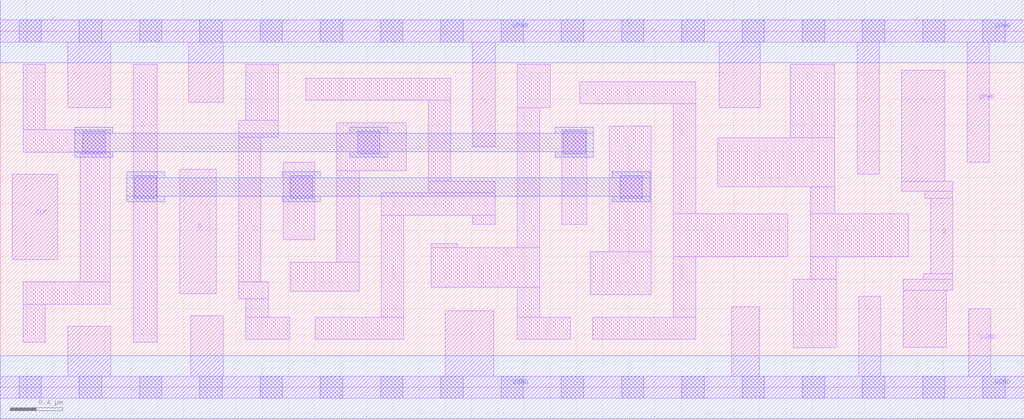
<source format=lef>
# Copyright 2020 The SkyWater PDK Authors
#
# Licensed under the Apache License, Version 2.0 (the "License");
# you may not use this file except in compliance with the License.
# You may obtain a copy of the License at
#
#     https://www.apache.org/licenses/LICENSE-2.0
#
# Unless required by applicable law or agreed to in writing, software
# distributed under the License is distributed on an "AS IS" BASIS,
# WITHOUT WARRANTIES OR CONDITIONS OF ANY KIND, either express or implied.
# See the License for the specific language governing permissions and
# limitations under the License.
#
# SPDX-License-Identifier: Apache-2.0

VERSION 5.7 ;
  NAMESCASESENSITIVE ON ;
  NOWIREEXTENSIONATPIN ON ;
  DIVIDERCHAR "/" ;
  BUSBITCHARS "[]" ;
UNITS
  DATABASE MICRONS 200 ;
END UNITS
MACRO sky130_fd_sc_hd__dfxtp_2
  CLASS CORE ;
  SOURCE USER ;
  FOREIGN sky130_fd_sc_hd__dfxtp_2 ;
  ORIGIN  0.000000  0.000000 ;
  SIZE  7.820000 BY  2.720000 ;
  SYMMETRY X Y R90 ;
  SITE unithd ;
  PIN D
    ANTENNAGATEAREA  0.126000 ;
    DIRECTION INPUT ;
    USE SIGNAL ;
    PORT
      LAYER li1 ;
        RECT 1.370000 0.715000 1.650000 1.665000 ;
    END
  END D
  PIN Q
    ANTENNADIFFAREA  0.445500 ;
    DIRECTION OUTPUT ;
    USE SIGNAL ;
    PORT
      LAYER li1 ;
        RECT 6.885000 1.495000 7.275000 1.575000 ;
        RECT 6.885000 1.575000 7.215000 2.420000 ;
        RECT 6.895000 0.305000 7.225000 0.740000 ;
        RECT 6.895000 0.740000 7.275000 0.825000 ;
        RECT 7.050000 0.825000 7.275000 0.865000 ;
        RECT 7.060000 1.445000 7.275000 1.495000 ;
        RECT 7.105000 0.865000 7.275000 1.445000 ;
    END
  END Q
  PIN CLK
    ANTENNAGATEAREA  0.159000 ;
    DIRECTION INPUT ;
    USE CLOCK ;
    PORT
      LAYER li1 ;
        RECT 0.090000 0.975000 0.440000 1.625000 ;
    END
  END CLK
  PIN VGND
    DIRECTION INOUT ;
    SHAPE ABUTMENT ;
    USE GROUND ;
    PORT
      LAYER li1 ;
        RECT 0.000000 -0.085000 7.820000 0.085000 ;
        RECT 0.515000  0.085000 0.845000 0.465000 ;
        RECT 1.455000  0.085000 1.705000 0.545000 ;
        RECT 3.400000  0.085000 3.770000 0.585000 ;
        RECT 5.585000  0.085000 5.795000 0.615000 ;
        RECT 6.555000  0.085000 6.725000 0.695000 ;
        RECT 7.395000  0.085000 7.565000 0.600000 ;
      LAYER mcon ;
        RECT 0.145000 -0.085000 0.315000 0.085000 ;
        RECT 0.605000 -0.085000 0.775000 0.085000 ;
        RECT 1.065000 -0.085000 1.235000 0.085000 ;
        RECT 1.525000 -0.085000 1.695000 0.085000 ;
        RECT 1.985000 -0.085000 2.155000 0.085000 ;
        RECT 2.445000 -0.085000 2.615000 0.085000 ;
        RECT 2.905000 -0.085000 3.075000 0.085000 ;
        RECT 3.365000 -0.085000 3.535000 0.085000 ;
        RECT 3.825000 -0.085000 3.995000 0.085000 ;
        RECT 4.285000 -0.085000 4.455000 0.085000 ;
        RECT 4.745000 -0.085000 4.915000 0.085000 ;
        RECT 5.205000 -0.085000 5.375000 0.085000 ;
        RECT 5.665000 -0.085000 5.835000 0.085000 ;
        RECT 6.125000 -0.085000 6.295000 0.085000 ;
        RECT 6.585000 -0.085000 6.755000 0.085000 ;
        RECT 7.045000 -0.085000 7.215000 0.085000 ;
        RECT 7.505000 -0.085000 7.675000 0.085000 ;
      LAYER met1 ;
        RECT 0.000000 -0.240000 7.820000 0.240000 ;
    END
  END VGND
  PIN VPWR
    DIRECTION INOUT ;
    SHAPE ABUTMENT ;
    USE POWER ;
    PORT
      LAYER li1 ;
        RECT 0.000000 2.635000 7.820000 2.805000 ;
        RECT 0.515000 2.135000 0.845000 2.635000 ;
        RECT 1.440000 2.175000 1.705000 2.635000 ;
        RECT 3.610000 1.835000 3.780000 2.635000 ;
        RECT 5.490000 2.135000 5.805000 2.635000 ;
        RECT 6.545000 1.625000 6.715000 2.635000 ;
        RECT 7.385000 1.720000 7.555000 2.635000 ;
      LAYER mcon ;
        RECT 0.145000 2.635000 0.315000 2.805000 ;
        RECT 0.605000 2.635000 0.775000 2.805000 ;
        RECT 1.065000 2.635000 1.235000 2.805000 ;
        RECT 1.525000 2.635000 1.695000 2.805000 ;
        RECT 1.985000 2.635000 2.155000 2.805000 ;
        RECT 2.445000 2.635000 2.615000 2.805000 ;
        RECT 2.905000 2.635000 3.075000 2.805000 ;
        RECT 3.365000 2.635000 3.535000 2.805000 ;
        RECT 3.825000 2.635000 3.995000 2.805000 ;
        RECT 4.285000 2.635000 4.455000 2.805000 ;
        RECT 4.745000 2.635000 4.915000 2.805000 ;
        RECT 5.205000 2.635000 5.375000 2.805000 ;
        RECT 5.665000 2.635000 5.835000 2.805000 ;
        RECT 6.125000 2.635000 6.295000 2.805000 ;
        RECT 6.585000 2.635000 6.755000 2.805000 ;
        RECT 7.045000 2.635000 7.215000 2.805000 ;
        RECT 7.505000 2.635000 7.675000 2.805000 ;
      LAYER met1 ;
        RECT 0.000000 2.480000 7.820000 2.960000 ;
    END
  END VPWR
  OBS
    LAYER li1 ;
      RECT 0.175000 0.345000 0.345000 0.635000 ;
      RECT 0.175000 0.635000 0.840000 0.805000 ;
      RECT 0.175000 1.795000 0.840000 1.965000 ;
      RECT 0.175000 1.965000 0.345000 2.465000 ;
      RECT 0.610000 0.805000 0.840000 1.795000 ;
      RECT 1.015000 0.345000 1.200000 2.465000 ;
      RECT 1.820000 0.675000 2.045000 0.805000 ;
      RECT 1.820000 0.805000 1.990000 1.910000 ;
      RECT 1.820000 1.910000 2.125000 2.040000 ;
      RECT 1.875000 0.365000 2.210000 0.535000 ;
      RECT 1.875000 0.535000 2.045000 0.675000 ;
      RECT 1.875000 2.040000 2.125000 2.465000 ;
      RECT 2.160000 1.125000 2.400000 1.720000 ;
      RECT 2.215000 0.735000 2.740000 0.955000 ;
      RECT 2.335000 2.190000 3.440000 2.360000 ;
      RECT 2.405000 0.365000 3.080000 0.535000 ;
      RECT 2.570000 0.955000 2.740000 1.655000 ;
      RECT 2.570000 1.655000 3.100000 2.020000 ;
      RECT 2.910000 0.535000 3.080000 1.315000 ;
      RECT 2.910000 1.315000 3.780000 1.485000 ;
      RECT 3.270000 1.485000 3.780000 1.575000 ;
      RECT 3.270000 1.575000 3.440000 2.190000 ;
      RECT 3.290000 0.765000 4.120000 1.065000 ;
      RECT 3.290000 1.065000 3.490000 1.095000 ;
      RECT 3.610000 1.245000 3.780000 1.315000 ;
      RECT 3.950000 0.365000 4.355000 0.535000 ;
      RECT 3.950000 0.535000 4.120000 0.765000 ;
      RECT 3.950000 1.065000 4.120000 2.135000 ;
      RECT 3.950000 2.135000 4.200000 2.465000 ;
      RECT 4.290000 1.245000 4.480000 1.965000 ;
      RECT 4.425000 2.165000 5.310000 2.335000 ;
      RECT 4.505000 0.705000 4.970000 1.035000 ;
      RECT 4.525000 0.365000 5.310000 0.535000 ;
      RECT 4.650000 1.035000 4.970000 1.995000 ;
      RECT 5.140000 0.535000 5.310000 0.995000 ;
      RECT 5.140000 0.995000 6.015000 1.325000 ;
      RECT 5.140000 1.325000 5.310000 2.165000 ;
      RECT 5.480000 1.530000 6.375000 1.905000 ;
      RECT 6.035000 1.905000 6.375000 2.465000 ;
      RECT 6.055000 0.300000 6.385000 0.825000 ;
      RECT 6.185000 0.825000 6.385000 0.995000 ;
      RECT 6.185000 0.995000 6.935000 1.325000 ;
      RECT 6.185000 1.325000 6.375000 1.530000 ;
    LAYER mcon ;
      RECT 0.630000 1.785000 0.800000 1.955000 ;
      RECT 1.025000 1.445000 1.195000 1.615000 ;
      RECT 2.215000 1.445000 2.385000 1.615000 ;
      RECT 2.730000 1.785000 2.900000 1.955000 ;
      RECT 4.300000 1.785000 4.470000 1.955000 ;
      RECT 4.735000 1.445000 4.905000 1.615000 ;
    LAYER met1 ;
      RECT 0.570000 1.755000 0.860000 1.800000 ;
      RECT 0.570000 1.800000 4.530000 1.940000 ;
      RECT 0.570000 1.940000 0.860000 1.985000 ;
      RECT 0.965000 1.415000 1.255000 1.460000 ;
      RECT 0.965000 1.460000 4.965000 1.600000 ;
      RECT 0.965000 1.600000 1.255000 1.645000 ;
      RECT 2.155000 1.415000 2.445000 1.460000 ;
      RECT 2.155000 1.600000 2.445000 1.645000 ;
      RECT 2.670000 1.755000 2.960000 1.800000 ;
      RECT 2.670000 1.940000 2.960000 1.985000 ;
      RECT 4.240000 1.755000 4.530000 1.800000 ;
      RECT 4.240000 1.940000 4.530000 1.985000 ;
      RECT 4.675000 1.415000 4.965000 1.460000 ;
      RECT 4.675000 1.600000 4.965000 1.645000 ;
  END
END sky130_fd_sc_hd__dfxtp_2
END LIBRARY

</source>
